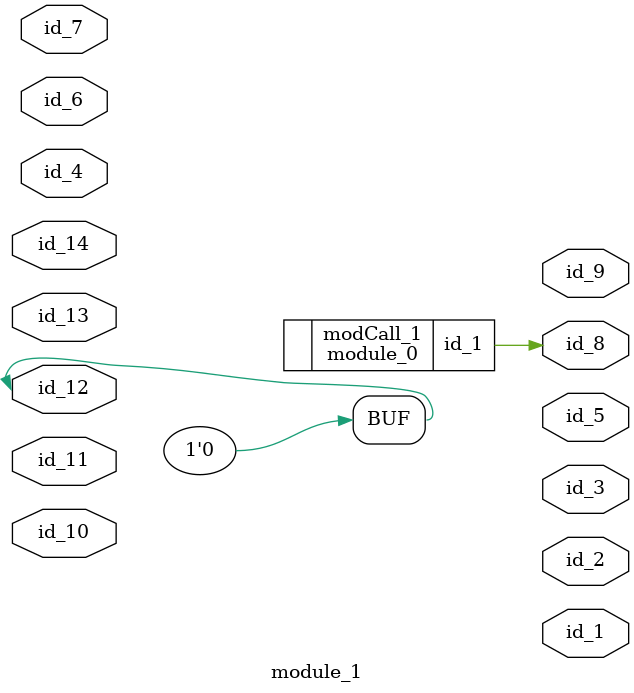
<source format=v>
module module_0 (
    id_1
);
  output wire id_1;
  assign id_1 = 1;
  assign id_1 = id_2;
endmodule
module module_1 (
    id_1,
    id_2,
    id_3,
    id_4,
    id_5,
    id_6,
    id_7,
    id_8,
    id_9,
    id_10,
    id_11,
    id_12,
    id_13,
    id_14
);
  input wire id_14;
  input wire id_13;
  inout wire id_12;
  input wire id_11;
  inout wire id_10;
  output wire id_9;
  output wire id_8;
  input wire id_7;
  input wire id_6;
  output wire id_5;
  input wire id_4;
  output wire id_3;
  output wire id_2;
  output wire id_1;
  assign id_12 = "";
  module_0 modCall_1 (id_8);
endmodule

</source>
